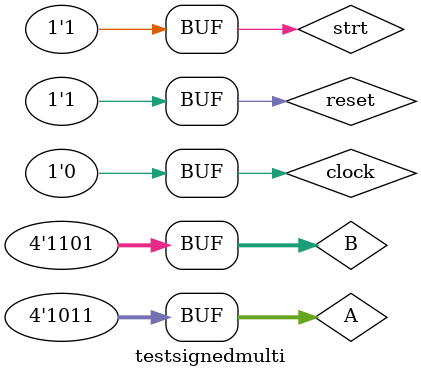
<source format=v>
module signmulti(input clock, reset, strt, input [3:0]A, B, output reg [7:0] P, output reg done);
localparam S0=0, S1=1, S2=2, S3=3, S4=4, S5=5;
reg [7:0] a_d, a_q, pdt_d, pdt_q;
reg [2:0] state_d, state_q;
reg [3:0] b_d, b_q;
assign P = pdt_q;
always @ (posedge clock , negedge reset)
begin
	if(!reset) state_q <=S0;
	else begin
	state_q <= state_d;
	pdt_q <=pdt_d;
	a_q <= a_d;
	b_q <= b_d;
	end
end

always @(*) begin
	state_d = state_q;
	done = 1'b0;
	case(state_q)
		S0:if(strt) state_d=S1;
		S1: state_d=S2;
		S2: state_d=S3;
		S3: state_d=S4;
		S4: state_d=S5;
		S5: begin
		done= 1'b1;
		if(strt)state_d =S1;
		end
		default: state_d=S0;
	endcase
end

always @(*)
begin
pdt_d = pdt_q; a_d = a_q; b_d = b_q;
case (state_q)
S0: begin
pdt_d = {8{1'b0}};
a_d = A;
b_d = B;
end
S1: begin
a_d = a_q << 1;
b_d = b_q >> 1;
if (b_q[0] == 1'b1) begin
	if(A[3] == 1'b1) pdt_d = {4'b1111,a_q[3:0]} +pdt_q; 
	else pdt_d = a_q + pdt_q;
	end
end
S2: begin
a_d = a_q << 1;
b_d = b_q >> 1;
if (b_q[0] == 1'b1) begin
	if(A[3] == 1'b1) pdt_d = {3'b111,a_q[4:1], 1'b0} +pdt_q; 
	else pdt_d = a_q + pdt_q;
	end
end
S3: begin
a_d = a_q << 1;
b_d = b_q >> 1;
if (b_q[0] == 1'b1) begin
	if(A[3] == 1'b1) pdt_d = {2'b11,a_q[5:2], 2'b00} +pdt_q; 
	else pdt_d = a_q + pdt_q;
	end
end
S4: begin
	a_d = a_q << 1;
	b_d = b_q >> 1;
	if (b_q[0] == 1'b1) begin
		if(B[3] == 1'b1) pdt_d = {1'b0, (~A+1'b1),3'b000} +pdt_q; 
		else if(A[3] == 1'b1) pdt_d = {1'b1,a_q[6:3], 3'b000} +pdt_q; 
		else pdt_d = a_q + pdt_q;
	end
end
default: pdt_d = pdt_q;
endcase
end
endmodule

module testsignedmulti();
reg clock, reset, strt;
reg [3:0] A, B;
wire [7:0] P;
wire done;
signmulti pp(.clock(clock), .reset(reset), .strt(strt), .A(A), .B(B), .P(P), .done(done));
initial
begin
	clock=0;reset=0; 
	#20; clock=1; 
	A=4'b1011; B= 4'b1101;
	#20 reset=1; clock=0; strt=1'b1;
	#20 clock =1; #20 clock=0;
	#20 clock =1; #20 clock=0;
	#20 clock =1; #20 clock=0;
	#20 clock =1; #20 clock=0;
	#20 clock =1; #20 clock=0;
	#20 clock =1; #20 clock=0;
	#20 clock =1; #20 clock=0;
end
endmodule

</source>
